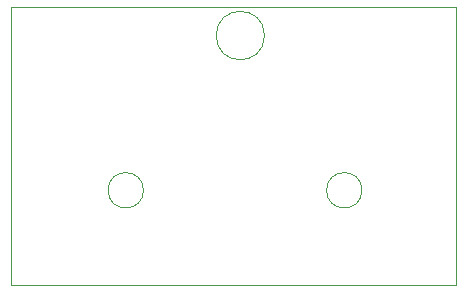
<source format=gbr>
%TF.GenerationSoftware,KiCad,Pcbnew,9.0.4*%
%TF.CreationDate,2025-09-25T14:15:09-07:00*%
%TF.ProjectId,Toolhead PCB,546f6f6c-6865-4616-9420-5043422e6b69,0.5*%
%TF.SameCoordinates,Original*%
%TF.FileFunction,Profile,NP*%
%FSLAX46Y46*%
G04 Gerber Fmt 4.6, Leading zero omitted, Abs format (unit mm)*
G04 Created by KiCad (PCBNEW 9.0.4) date 2025-09-25 14:15:09*
%MOMM*%
%LPD*%
G01*
G04 APERTURE LIST*
%TA.AperFunction,Profile*%
%ADD10C,0.050000*%
%TD*%
G04 APERTURE END LIST*
D10*
X119500000Y-52400000D02*
G75*
G02*
X115400000Y-52400000I-2050000J0D01*
G01*
X115400000Y-52400000D02*
G75*
G02*
X119500000Y-52400000I2050000J0D01*
G01*
X127750000Y-65500000D02*
G75*
G02*
X124750000Y-65500000I-1500000J0D01*
G01*
X124750000Y-65500000D02*
G75*
G02*
X127750000Y-65500000I1500000J0D01*
G01*
X109250000Y-65500000D02*
G75*
G02*
X106250000Y-65500000I-1500000J0D01*
G01*
X106250000Y-65500000D02*
G75*
G02*
X109250000Y-65500000I1500000J0D01*
G01*
X98070000Y-50000000D02*
X135700000Y-50000000D01*
X135700000Y-73500000D01*
X98070000Y-73500000D01*
X98070000Y-50000000D01*
M02*

</source>
